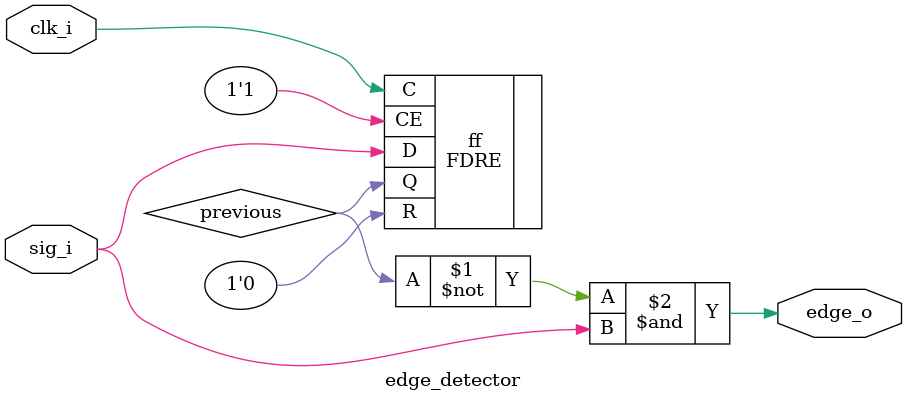
<source format=v>
`timescale 1ns / 1ps

module edge_detector(
    input clk_i,
    input sig_i,
    output edge_o
    );
    
    wire previous;
    
    FDRE ff (
        .Q(previous),
        .C(clk_i),
        .CE(1'b1),
        .R(1'b0),
        .D(sig_i)
    );
    
    assign edge_o = ~previous & sig_i;
    
endmodule

</source>
